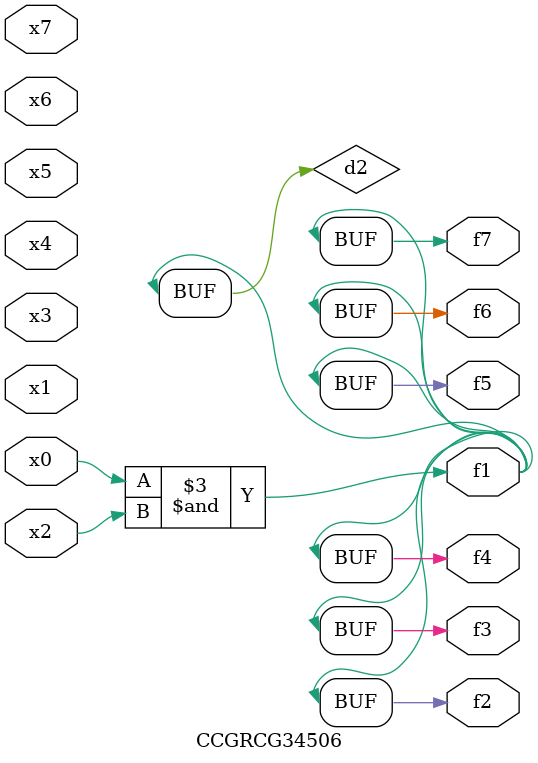
<source format=v>
module CCGRCG34506(
	input x0, x1, x2, x3, x4, x5, x6, x7,
	output f1, f2, f3, f4, f5, f6, f7
);

	wire d1, d2;

	nor (d1, x3, x6);
	and (d2, x0, x2);
	assign f1 = d2;
	assign f2 = d2;
	assign f3 = d2;
	assign f4 = d2;
	assign f5 = d2;
	assign f6 = d2;
	assign f7 = d2;
endmodule

</source>
